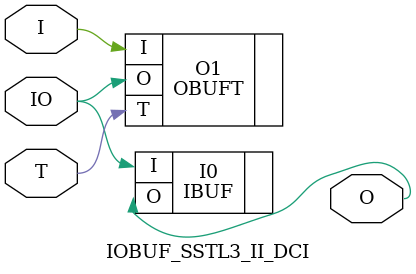
<source format=v>


`timescale  1 ps / 1 ps


module IOBUF_SSTL3_II_DCI (O, IO, I, T);

    output O;

    inout  IO;

    input  I, T;

        OBUFT #(.IOSTANDARD("SSTL3_II_DCI") ) O1 (.O(IO), .I(I), .T(T)); 
	IBUF #(.IOSTANDARD("SSTL3_II_DCI"))  I0 (.O(O), .I(IO));
        

endmodule



</source>
